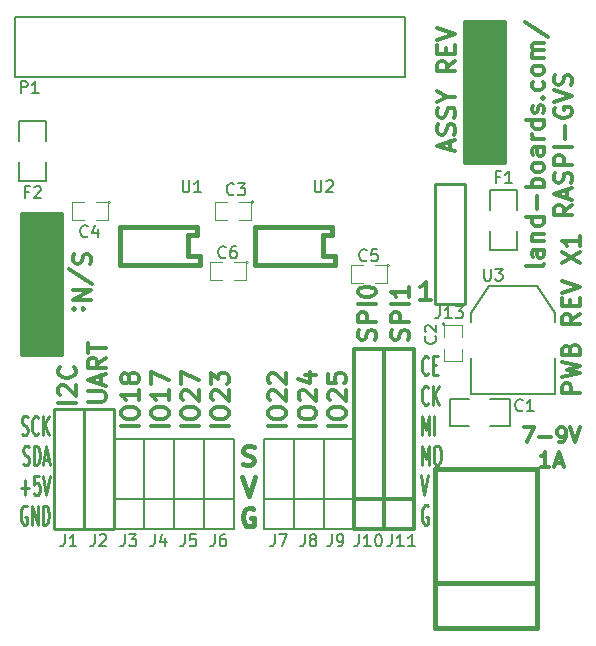
<source format=gto>
G04 (created by PCBNEW (2013-05-31 BZR 4019)-stable) date 7/5/2014 4:19:42 PM*
%MOIN*%
G04 Gerber Fmt 3.4, Leading zero omitted, Abs format*
%FSLAX34Y34*%
G01*
G70*
G90*
G04 APERTURE LIST*
%ADD10C,0.00590551*%
%ADD11C,0.011811*%
%ADD12C,0.00875*%
%ADD13C,0.015*%
%ADD14C,0.008*%
%ADD15C,0.01*%
%ADD16C,0.006*%
%ADD17C,0.012*%
%ADD18C,0.005*%
%ADD19C,0.0039*%
%ADD20C,0.025*%
G04 APERTURE END LIST*
G54D10*
G54D11*
X19039Y-12965D02*
X18448Y-12965D01*
X18448Y-12740D01*
X18476Y-12684D01*
X18504Y-12655D01*
X18560Y-12627D01*
X18645Y-12627D01*
X18701Y-12655D01*
X18729Y-12684D01*
X18757Y-12740D01*
X18757Y-12965D01*
X18448Y-12430D02*
X19039Y-12290D01*
X18617Y-12177D01*
X19039Y-12065D01*
X18448Y-11924D01*
X18729Y-11502D02*
X18757Y-11418D01*
X18785Y-11390D01*
X18842Y-11362D01*
X18926Y-11362D01*
X18982Y-11390D01*
X19010Y-11418D01*
X19039Y-11474D01*
X19039Y-11699D01*
X18448Y-11699D01*
X18448Y-11502D01*
X18476Y-11446D01*
X18504Y-11418D01*
X18560Y-11390D01*
X18617Y-11390D01*
X18673Y-11418D01*
X18701Y-11446D01*
X18729Y-11502D01*
X18729Y-11699D01*
X19039Y-10321D02*
X18757Y-10518D01*
X19039Y-10659D02*
X18448Y-10659D01*
X18448Y-10434D01*
X18476Y-10378D01*
X18504Y-10349D01*
X18560Y-10321D01*
X18645Y-10321D01*
X18701Y-10349D01*
X18729Y-10378D01*
X18757Y-10434D01*
X18757Y-10659D01*
X18729Y-10068D02*
X18729Y-9871D01*
X19039Y-9787D02*
X19039Y-10068D01*
X18448Y-10068D01*
X18448Y-9787D01*
X18448Y-9618D02*
X19039Y-9421D01*
X18448Y-9225D01*
X18448Y-8634D02*
X19039Y-8240D01*
X18448Y-8240D02*
X19039Y-8634D01*
X19039Y-7706D02*
X19039Y-8044D01*
X19039Y-7875D02*
X18448Y-7875D01*
X18532Y-7931D01*
X18589Y-7987D01*
X18617Y-8044D01*
X14720Y-4846D02*
X14720Y-4565D01*
X14889Y-4902D02*
X14298Y-4706D01*
X14889Y-4509D01*
X14860Y-4340D02*
X14889Y-4256D01*
X14889Y-4115D01*
X14860Y-4059D01*
X14832Y-4031D01*
X14776Y-4002D01*
X14720Y-4002D01*
X14664Y-4031D01*
X14635Y-4059D01*
X14607Y-4115D01*
X14579Y-4227D01*
X14551Y-4284D01*
X14523Y-4312D01*
X14467Y-4340D01*
X14410Y-4340D01*
X14354Y-4312D01*
X14326Y-4284D01*
X14298Y-4227D01*
X14298Y-4087D01*
X14326Y-4002D01*
X14860Y-3778D02*
X14889Y-3693D01*
X14889Y-3553D01*
X14860Y-3496D01*
X14832Y-3468D01*
X14776Y-3440D01*
X14720Y-3440D01*
X14664Y-3468D01*
X14635Y-3496D01*
X14607Y-3553D01*
X14579Y-3665D01*
X14551Y-3721D01*
X14523Y-3749D01*
X14467Y-3778D01*
X14410Y-3778D01*
X14354Y-3749D01*
X14326Y-3721D01*
X14298Y-3665D01*
X14298Y-3524D01*
X14326Y-3440D01*
X14607Y-3074D02*
X14889Y-3074D01*
X14298Y-3271D02*
X14607Y-3074D01*
X14298Y-2878D01*
X14889Y-1893D02*
X14607Y-2090D01*
X14889Y-2231D02*
X14298Y-2231D01*
X14298Y-2006D01*
X14326Y-1950D01*
X14354Y-1921D01*
X14410Y-1893D01*
X14495Y-1893D01*
X14551Y-1921D01*
X14579Y-1950D01*
X14607Y-2006D01*
X14607Y-2231D01*
X14579Y-1640D02*
X14579Y-1443D01*
X14889Y-1359D02*
X14889Y-1640D01*
X14298Y-1640D01*
X14298Y-1359D01*
X14298Y-1190D02*
X14889Y-993D01*
X14298Y-797D01*
X2189Y-8321D02*
X2160Y-8406D01*
X2160Y-8546D01*
X2189Y-8603D01*
X2217Y-8631D01*
X2273Y-8659D01*
X2329Y-8659D01*
X2385Y-8631D01*
X2414Y-8603D01*
X2442Y-8546D01*
X2470Y-8434D01*
X2498Y-8378D01*
X2526Y-8350D01*
X2582Y-8321D01*
X2639Y-8321D01*
X2695Y-8350D01*
X2723Y-8378D01*
X2751Y-8434D01*
X2751Y-8575D01*
X2723Y-8659D01*
X2779Y-9334D02*
X2020Y-8828D01*
X2160Y-9531D02*
X2751Y-9531D01*
X2160Y-9868D01*
X2751Y-9868D01*
X2217Y-10149D02*
X2189Y-10178D01*
X2160Y-10149D01*
X2189Y-10121D01*
X2217Y-10149D01*
X2160Y-10149D01*
X2526Y-10149D02*
X2498Y-10178D01*
X2470Y-10149D01*
X2498Y-10121D01*
X2526Y-10149D01*
X2470Y-10149D01*
X14068Y-9839D02*
X13731Y-9839D01*
X13900Y-9839D02*
X13900Y-9248D01*
X13843Y-9332D01*
X13787Y-9389D01*
X13731Y-9417D01*
X17171Y-14102D02*
X17504Y-14102D01*
X17290Y-14602D01*
X17695Y-14411D02*
X18076Y-14411D01*
X18338Y-14602D02*
X18433Y-14602D01*
X18480Y-14578D01*
X18504Y-14554D01*
X18552Y-14483D01*
X18576Y-14388D01*
X18576Y-14197D01*
X18552Y-14150D01*
X18528Y-14126D01*
X18480Y-14102D01*
X18385Y-14102D01*
X18338Y-14126D01*
X18314Y-14150D01*
X18290Y-14197D01*
X18290Y-14316D01*
X18314Y-14364D01*
X18338Y-14388D01*
X18385Y-14411D01*
X18480Y-14411D01*
X18528Y-14388D01*
X18552Y-14364D01*
X18576Y-14316D01*
X18719Y-14102D02*
X18885Y-14602D01*
X19052Y-14102D01*
X18028Y-15420D02*
X17742Y-15420D01*
X17885Y-15420D02*
X17885Y-14920D01*
X17838Y-14991D01*
X17790Y-15039D01*
X17742Y-15063D01*
X18219Y-15277D02*
X18457Y-15277D01*
X18171Y-15420D02*
X18338Y-14920D01*
X18504Y-15420D01*
G54D12*
X433Y-14332D02*
X483Y-14363D01*
X566Y-14363D01*
X600Y-14332D01*
X616Y-14301D01*
X633Y-14239D01*
X633Y-14177D01*
X616Y-14115D01*
X600Y-14084D01*
X566Y-14053D01*
X500Y-14022D01*
X466Y-13991D01*
X450Y-13960D01*
X433Y-13898D01*
X433Y-13836D01*
X450Y-13775D01*
X466Y-13744D01*
X500Y-13713D01*
X583Y-13713D01*
X633Y-13744D01*
X983Y-14301D02*
X966Y-14332D01*
X916Y-14363D01*
X883Y-14363D01*
X833Y-14332D01*
X800Y-14270D01*
X783Y-14208D01*
X766Y-14084D01*
X766Y-13991D01*
X783Y-13867D01*
X800Y-13805D01*
X833Y-13744D01*
X883Y-13713D01*
X916Y-13713D01*
X966Y-13744D01*
X983Y-13775D01*
X1133Y-14363D02*
X1133Y-13713D01*
X1333Y-14363D02*
X1183Y-13991D01*
X1333Y-13713D02*
X1133Y-14084D01*
X483Y-15329D02*
X533Y-15360D01*
X616Y-15360D01*
X650Y-15329D01*
X666Y-15298D01*
X683Y-15236D01*
X683Y-15174D01*
X666Y-15112D01*
X650Y-15082D01*
X616Y-15051D01*
X550Y-15020D01*
X516Y-14989D01*
X500Y-14958D01*
X483Y-14896D01*
X483Y-14834D01*
X500Y-14772D01*
X516Y-14741D01*
X550Y-14710D01*
X633Y-14710D01*
X683Y-14741D01*
X833Y-15360D02*
X833Y-14710D01*
X916Y-14710D01*
X966Y-14741D01*
X1000Y-14803D01*
X1016Y-14865D01*
X1033Y-14989D01*
X1033Y-15082D01*
X1016Y-15205D01*
X1000Y-15267D01*
X966Y-15329D01*
X916Y-15360D01*
X833Y-15360D01*
X1166Y-15174D02*
X1333Y-15174D01*
X1133Y-15360D02*
X1250Y-14710D01*
X1366Y-15360D01*
X416Y-16110D02*
X683Y-16110D01*
X549Y-16358D02*
X549Y-15862D01*
X1016Y-15708D02*
X850Y-15708D01*
X833Y-16017D01*
X850Y-15986D01*
X883Y-15955D01*
X966Y-15955D01*
X1000Y-15986D01*
X1016Y-16017D01*
X1033Y-16079D01*
X1033Y-16234D01*
X1016Y-16296D01*
X1000Y-16327D01*
X966Y-16358D01*
X883Y-16358D01*
X850Y-16327D01*
X833Y-16296D01*
X1133Y-15708D02*
X1250Y-16358D01*
X1366Y-15708D01*
X600Y-16736D02*
X566Y-16705D01*
X516Y-16705D01*
X466Y-16736D01*
X433Y-16798D01*
X416Y-16860D01*
X400Y-16984D01*
X400Y-17077D01*
X416Y-17200D01*
X433Y-17262D01*
X466Y-17324D01*
X516Y-17355D01*
X550Y-17355D01*
X600Y-17324D01*
X616Y-17293D01*
X616Y-17077D01*
X550Y-17077D01*
X766Y-17355D02*
X766Y-16705D01*
X966Y-17355D01*
X966Y-16705D01*
X1133Y-17355D02*
X1133Y-16705D01*
X1216Y-16705D01*
X1266Y-16736D01*
X1300Y-16798D01*
X1316Y-16860D01*
X1333Y-16984D01*
X1333Y-17077D01*
X1316Y-17200D01*
X1300Y-17262D01*
X1266Y-17324D01*
X1216Y-17355D01*
X1133Y-17355D01*
X13983Y-12301D02*
X13966Y-12332D01*
X13916Y-12363D01*
X13883Y-12363D01*
X13833Y-12332D01*
X13800Y-12270D01*
X13783Y-12208D01*
X13766Y-12084D01*
X13766Y-11991D01*
X13783Y-11867D01*
X13800Y-11805D01*
X13833Y-11744D01*
X13883Y-11713D01*
X13916Y-11713D01*
X13966Y-11744D01*
X13983Y-11775D01*
X14133Y-12022D02*
X14250Y-12022D01*
X14300Y-12363D02*
X14133Y-12363D01*
X14133Y-11713D01*
X14300Y-11713D01*
X13983Y-13298D02*
X13966Y-13329D01*
X13916Y-13360D01*
X13883Y-13360D01*
X13833Y-13329D01*
X13800Y-13267D01*
X13783Y-13205D01*
X13766Y-13082D01*
X13766Y-12989D01*
X13783Y-12865D01*
X13800Y-12803D01*
X13833Y-12741D01*
X13883Y-12710D01*
X13916Y-12710D01*
X13966Y-12741D01*
X13983Y-12772D01*
X14133Y-13360D02*
X14133Y-12710D01*
X14333Y-13360D02*
X14183Y-12989D01*
X14333Y-12710D02*
X14133Y-13082D01*
X13783Y-14358D02*
X13783Y-13708D01*
X13900Y-14172D01*
X14016Y-13708D01*
X14016Y-14358D01*
X14183Y-14358D02*
X14183Y-13708D01*
X13783Y-15355D02*
X13783Y-14705D01*
X13900Y-15169D01*
X14016Y-14705D01*
X14016Y-15355D01*
X14250Y-14705D02*
X14316Y-14705D01*
X14350Y-14736D01*
X14383Y-14798D01*
X14400Y-14922D01*
X14400Y-15138D01*
X14383Y-15262D01*
X14350Y-15324D01*
X14316Y-15355D01*
X14250Y-15355D01*
X14216Y-15324D01*
X14183Y-15262D01*
X14166Y-15138D01*
X14166Y-14922D01*
X14183Y-14798D01*
X14216Y-14736D01*
X14250Y-14705D01*
X13733Y-15703D02*
X13850Y-16353D01*
X13966Y-15703D01*
X13966Y-16731D02*
X13933Y-16700D01*
X13883Y-16700D01*
X13833Y-16731D01*
X13800Y-16793D01*
X13783Y-16855D01*
X13766Y-16979D01*
X13766Y-17072D01*
X13783Y-17195D01*
X13800Y-17257D01*
X13833Y-17319D01*
X13883Y-17350D01*
X13916Y-17350D01*
X13966Y-17319D01*
X13983Y-17288D01*
X13983Y-17072D01*
X13916Y-17072D01*
G54D11*
X17839Y-8651D02*
X17810Y-8707D01*
X17754Y-8735D01*
X17248Y-8735D01*
X17839Y-8173D02*
X17529Y-8173D01*
X17473Y-8201D01*
X17445Y-8257D01*
X17445Y-8369D01*
X17473Y-8426D01*
X17810Y-8173D02*
X17839Y-8229D01*
X17839Y-8369D01*
X17810Y-8426D01*
X17754Y-8454D01*
X17698Y-8454D01*
X17642Y-8426D01*
X17614Y-8369D01*
X17614Y-8229D01*
X17585Y-8173D01*
X17445Y-7891D02*
X17839Y-7891D01*
X17501Y-7891D02*
X17473Y-7863D01*
X17445Y-7807D01*
X17445Y-7723D01*
X17473Y-7666D01*
X17529Y-7638D01*
X17839Y-7638D01*
X17839Y-7104D02*
X17248Y-7104D01*
X17810Y-7104D02*
X17839Y-7160D01*
X17839Y-7273D01*
X17810Y-7329D01*
X17782Y-7357D01*
X17726Y-7385D01*
X17557Y-7385D01*
X17501Y-7357D01*
X17473Y-7329D01*
X17445Y-7273D01*
X17445Y-7160D01*
X17473Y-7104D01*
X17614Y-6823D02*
X17614Y-6373D01*
X17839Y-6092D02*
X17248Y-6092D01*
X17473Y-6092D02*
X17445Y-6035D01*
X17445Y-5923D01*
X17473Y-5867D01*
X17501Y-5838D01*
X17557Y-5810D01*
X17726Y-5810D01*
X17782Y-5838D01*
X17810Y-5867D01*
X17839Y-5923D01*
X17839Y-6035D01*
X17810Y-6092D01*
X17839Y-5473D02*
X17810Y-5529D01*
X17782Y-5557D01*
X17726Y-5585D01*
X17557Y-5585D01*
X17501Y-5557D01*
X17473Y-5529D01*
X17445Y-5473D01*
X17445Y-5388D01*
X17473Y-5332D01*
X17501Y-5304D01*
X17557Y-5276D01*
X17726Y-5276D01*
X17782Y-5304D01*
X17810Y-5332D01*
X17839Y-5388D01*
X17839Y-5473D01*
X17839Y-4770D02*
X17529Y-4770D01*
X17473Y-4798D01*
X17445Y-4854D01*
X17445Y-4967D01*
X17473Y-5023D01*
X17810Y-4770D02*
X17839Y-4826D01*
X17839Y-4967D01*
X17810Y-5023D01*
X17754Y-5051D01*
X17698Y-5051D01*
X17642Y-5023D01*
X17614Y-4967D01*
X17614Y-4826D01*
X17585Y-4770D01*
X17839Y-4489D02*
X17445Y-4489D01*
X17557Y-4489D02*
X17501Y-4460D01*
X17473Y-4432D01*
X17445Y-4376D01*
X17445Y-4320D01*
X17839Y-3870D02*
X17248Y-3870D01*
X17810Y-3870D02*
X17839Y-3926D01*
X17839Y-4039D01*
X17810Y-4095D01*
X17782Y-4123D01*
X17726Y-4151D01*
X17557Y-4151D01*
X17501Y-4123D01*
X17473Y-4095D01*
X17445Y-4039D01*
X17445Y-3926D01*
X17473Y-3870D01*
X17810Y-3617D02*
X17839Y-3561D01*
X17839Y-3448D01*
X17810Y-3392D01*
X17754Y-3364D01*
X17726Y-3364D01*
X17670Y-3392D01*
X17642Y-3448D01*
X17642Y-3532D01*
X17614Y-3589D01*
X17557Y-3617D01*
X17529Y-3617D01*
X17473Y-3589D01*
X17445Y-3532D01*
X17445Y-3448D01*
X17473Y-3392D01*
X17782Y-3111D02*
X17810Y-3083D01*
X17839Y-3111D01*
X17810Y-3139D01*
X17782Y-3111D01*
X17839Y-3111D01*
X17810Y-2576D02*
X17839Y-2633D01*
X17839Y-2745D01*
X17810Y-2801D01*
X17782Y-2829D01*
X17726Y-2858D01*
X17557Y-2858D01*
X17501Y-2829D01*
X17473Y-2801D01*
X17445Y-2745D01*
X17445Y-2633D01*
X17473Y-2576D01*
X17839Y-2239D02*
X17810Y-2295D01*
X17782Y-2323D01*
X17726Y-2351D01*
X17557Y-2351D01*
X17501Y-2323D01*
X17473Y-2295D01*
X17445Y-2239D01*
X17445Y-2155D01*
X17473Y-2098D01*
X17501Y-2070D01*
X17557Y-2042D01*
X17726Y-2042D01*
X17782Y-2070D01*
X17810Y-2098D01*
X17839Y-2155D01*
X17839Y-2239D01*
X17839Y-1789D02*
X17445Y-1789D01*
X17501Y-1789D02*
X17473Y-1761D01*
X17445Y-1705D01*
X17445Y-1620D01*
X17473Y-1564D01*
X17529Y-1536D01*
X17839Y-1536D01*
X17529Y-1536D02*
X17473Y-1508D01*
X17445Y-1451D01*
X17445Y-1367D01*
X17473Y-1311D01*
X17529Y-1283D01*
X17839Y-1283D01*
X17220Y-580D02*
X17979Y-1086D01*
X18783Y-6682D02*
X18502Y-6879D01*
X18783Y-7020D02*
X18193Y-7020D01*
X18193Y-6795D01*
X18221Y-6738D01*
X18249Y-6710D01*
X18305Y-6682D01*
X18390Y-6682D01*
X18446Y-6710D01*
X18474Y-6738D01*
X18502Y-6795D01*
X18502Y-7020D01*
X18615Y-6457D02*
X18615Y-6176D01*
X18783Y-6513D02*
X18193Y-6316D01*
X18783Y-6120D01*
X18755Y-5951D02*
X18783Y-5867D01*
X18783Y-5726D01*
X18755Y-5670D01*
X18727Y-5642D01*
X18671Y-5613D01*
X18615Y-5613D01*
X18558Y-5642D01*
X18530Y-5670D01*
X18502Y-5726D01*
X18474Y-5838D01*
X18446Y-5895D01*
X18418Y-5923D01*
X18362Y-5951D01*
X18305Y-5951D01*
X18249Y-5923D01*
X18221Y-5895D01*
X18193Y-5838D01*
X18193Y-5698D01*
X18221Y-5613D01*
X18783Y-5360D02*
X18193Y-5360D01*
X18193Y-5135D01*
X18221Y-5079D01*
X18249Y-5051D01*
X18305Y-5023D01*
X18390Y-5023D01*
X18446Y-5051D01*
X18474Y-5079D01*
X18502Y-5135D01*
X18502Y-5360D01*
X18783Y-4770D02*
X18193Y-4770D01*
X18558Y-4489D02*
X18558Y-4039D01*
X18221Y-3448D02*
X18193Y-3504D01*
X18193Y-3589D01*
X18221Y-3673D01*
X18277Y-3729D01*
X18333Y-3757D01*
X18446Y-3786D01*
X18530Y-3786D01*
X18643Y-3757D01*
X18699Y-3729D01*
X18755Y-3673D01*
X18783Y-3589D01*
X18783Y-3532D01*
X18755Y-3448D01*
X18727Y-3420D01*
X18530Y-3420D01*
X18530Y-3532D01*
X18193Y-3251D02*
X18783Y-3054D01*
X18193Y-2858D01*
X18755Y-2689D02*
X18783Y-2604D01*
X18783Y-2464D01*
X18755Y-2408D01*
X18727Y-2379D01*
X18671Y-2351D01*
X18615Y-2351D01*
X18558Y-2379D01*
X18530Y-2408D01*
X18502Y-2464D01*
X18474Y-2576D01*
X18446Y-2633D01*
X18418Y-2661D01*
X18362Y-2689D01*
X18305Y-2689D01*
X18249Y-2661D01*
X18221Y-2633D01*
X18193Y-2576D01*
X18193Y-2436D01*
X18221Y-2351D01*
X13310Y-11185D02*
X13339Y-11101D01*
X13339Y-10960D01*
X13310Y-10904D01*
X13282Y-10876D01*
X13226Y-10848D01*
X13170Y-10848D01*
X13114Y-10876D01*
X13085Y-10904D01*
X13057Y-10960D01*
X13029Y-11073D01*
X13001Y-11129D01*
X12973Y-11157D01*
X12917Y-11185D01*
X12860Y-11185D01*
X12804Y-11157D01*
X12776Y-11129D01*
X12748Y-11073D01*
X12748Y-10932D01*
X12776Y-10848D01*
X13339Y-10595D02*
X12748Y-10595D01*
X12748Y-10370D01*
X12776Y-10314D01*
X12804Y-10285D01*
X12860Y-10257D01*
X12945Y-10257D01*
X13001Y-10285D01*
X13029Y-10314D01*
X13057Y-10370D01*
X13057Y-10595D01*
X13339Y-10004D02*
X12748Y-10004D01*
X13339Y-9414D02*
X13339Y-9751D01*
X13339Y-9582D02*
X12748Y-9582D01*
X12832Y-9639D01*
X12889Y-9695D01*
X12917Y-9751D01*
X12210Y-11185D02*
X12239Y-11101D01*
X12239Y-10960D01*
X12210Y-10904D01*
X12182Y-10876D01*
X12126Y-10848D01*
X12070Y-10848D01*
X12014Y-10876D01*
X11985Y-10904D01*
X11957Y-10960D01*
X11929Y-11073D01*
X11901Y-11129D01*
X11873Y-11157D01*
X11817Y-11185D01*
X11760Y-11185D01*
X11704Y-11157D01*
X11676Y-11129D01*
X11648Y-11073D01*
X11648Y-10932D01*
X11676Y-10848D01*
X12239Y-10595D02*
X11648Y-10595D01*
X11648Y-10370D01*
X11676Y-10314D01*
X11704Y-10285D01*
X11760Y-10257D01*
X11845Y-10257D01*
X11901Y-10285D01*
X11929Y-10314D01*
X11957Y-10370D01*
X11957Y-10595D01*
X12239Y-10004D02*
X11648Y-10004D01*
X11648Y-9611D02*
X11648Y-9554D01*
X11676Y-9498D01*
X11704Y-9470D01*
X11760Y-9442D01*
X11873Y-9414D01*
X12014Y-9414D01*
X12126Y-9442D01*
X12182Y-9470D01*
X12210Y-9498D01*
X12239Y-9554D01*
X12239Y-9611D01*
X12210Y-9667D01*
X12182Y-9695D01*
X12126Y-9723D01*
X12014Y-9751D01*
X11873Y-9751D01*
X11760Y-9723D01*
X11704Y-9695D01*
X11676Y-9667D01*
X11648Y-9611D01*
X11239Y-14071D02*
X10648Y-14071D01*
X10648Y-13678D02*
X10648Y-13565D01*
X10676Y-13509D01*
X10732Y-13453D01*
X10845Y-13424D01*
X11042Y-13424D01*
X11154Y-13453D01*
X11210Y-13509D01*
X11239Y-13565D01*
X11239Y-13678D01*
X11210Y-13734D01*
X11154Y-13790D01*
X11042Y-13818D01*
X10845Y-13818D01*
X10732Y-13790D01*
X10676Y-13734D01*
X10648Y-13678D01*
X10704Y-13199D02*
X10676Y-13171D01*
X10648Y-13115D01*
X10648Y-12975D01*
X10676Y-12918D01*
X10704Y-12890D01*
X10760Y-12862D01*
X10817Y-12862D01*
X10901Y-12890D01*
X11239Y-13228D01*
X11239Y-12862D01*
X10648Y-12328D02*
X10648Y-12609D01*
X10929Y-12637D01*
X10901Y-12609D01*
X10873Y-12553D01*
X10873Y-12412D01*
X10901Y-12356D01*
X10929Y-12328D01*
X10985Y-12300D01*
X11126Y-12300D01*
X11182Y-12328D01*
X11210Y-12356D01*
X11239Y-12412D01*
X11239Y-12553D01*
X11210Y-12609D01*
X11182Y-12637D01*
X10259Y-14071D02*
X9668Y-14071D01*
X9668Y-13678D02*
X9668Y-13565D01*
X9696Y-13509D01*
X9752Y-13453D01*
X9865Y-13424D01*
X10062Y-13424D01*
X10174Y-13453D01*
X10230Y-13509D01*
X10259Y-13565D01*
X10259Y-13678D01*
X10230Y-13734D01*
X10174Y-13790D01*
X10062Y-13818D01*
X9865Y-13818D01*
X9752Y-13790D01*
X9696Y-13734D01*
X9668Y-13678D01*
X9724Y-13199D02*
X9696Y-13171D01*
X9668Y-13115D01*
X9668Y-12975D01*
X9696Y-12918D01*
X9724Y-12890D01*
X9780Y-12862D01*
X9837Y-12862D01*
X9921Y-12890D01*
X10259Y-13228D01*
X10259Y-12862D01*
X9865Y-12356D02*
X10259Y-12356D01*
X9640Y-12496D02*
X10062Y-12637D01*
X10062Y-12271D01*
X9239Y-14071D02*
X8648Y-14071D01*
X8648Y-13678D02*
X8648Y-13565D01*
X8676Y-13509D01*
X8732Y-13453D01*
X8845Y-13424D01*
X9042Y-13424D01*
X9154Y-13453D01*
X9210Y-13509D01*
X9239Y-13565D01*
X9239Y-13678D01*
X9210Y-13734D01*
X9154Y-13790D01*
X9042Y-13818D01*
X8845Y-13818D01*
X8732Y-13790D01*
X8676Y-13734D01*
X8648Y-13678D01*
X8704Y-13199D02*
X8676Y-13171D01*
X8648Y-13115D01*
X8648Y-12975D01*
X8676Y-12918D01*
X8704Y-12890D01*
X8760Y-12862D01*
X8817Y-12862D01*
X8901Y-12890D01*
X9239Y-13228D01*
X9239Y-12862D01*
X8704Y-12637D02*
X8676Y-12609D01*
X8648Y-12553D01*
X8648Y-12412D01*
X8676Y-12356D01*
X8704Y-12328D01*
X8760Y-12300D01*
X8817Y-12300D01*
X8901Y-12328D01*
X9239Y-12665D01*
X9239Y-12300D01*
X7339Y-14071D02*
X6748Y-14071D01*
X6748Y-13678D02*
X6748Y-13565D01*
X6776Y-13509D01*
X6832Y-13453D01*
X6945Y-13424D01*
X7142Y-13424D01*
X7254Y-13453D01*
X7310Y-13509D01*
X7339Y-13565D01*
X7339Y-13678D01*
X7310Y-13734D01*
X7254Y-13790D01*
X7142Y-13818D01*
X6945Y-13818D01*
X6832Y-13790D01*
X6776Y-13734D01*
X6748Y-13678D01*
X6804Y-13199D02*
X6776Y-13171D01*
X6748Y-13115D01*
X6748Y-12975D01*
X6776Y-12918D01*
X6804Y-12890D01*
X6860Y-12862D01*
X6917Y-12862D01*
X7001Y-12890D01*
X7339Y-13228D01*
X7339Y-12862D01*
X6748Y-12665D02*
X6748Y-12300D01*
X6973Y-12496D01*
X6973Y-12412D01*
X7001Y-12356D01*
X7029Y-12328D01*
X7085Y-12300D01*
X7226Y-12300D01*
X7282Y-12328D01*
X7310Y-12356D01*
X7339Y-12412D01*
X7339Y-12581D01*
X7310Y-12637D01*
X7282Y-12665D01*
X6339Y-14071D02*
X5748Y-14071D01*
X5748Y-13678D02*
X5748Y-13565D01*
X5776Y-13509D01*
X5832Y-13453D01*
X5945Y-13424D01*
X6142Y-13424D01*
X6254Y-13453D01*
X6310Y-13509D01*
X6339Y-13565D01*
X6339Y-13678D01*
X6310Y-13734D01*
X6254Y-13790D01*
X6142Y-13818D01*
X5945Y-13818D01*
X5832Y-13790D01*
X5776Y-13734D01*
X5748Y-13678D01*
X5804Y-13199D02*
X5776Y-13171D01*
X5748Y-13115D01*
X5748Y-12975D01*
X5776Y-12918D01*
X5804Y-12890D01*
X5860Y-12862D01*
X5917Y-12862D01*
X6001Y-12890D01*
X6339Y-13228D01*
X6339Y-12862D01*
X5748Y-12665D02*
X5748Y-12271D01*
X6339Y-12525D01*
X5339Y-14071D02*
X4748Y-14071D01*
X4748Y-13678D02*
X4748Y-13565D01*
X4776Y-13509D01*
X4832Y-13453D01*
X4945Y-13424D01*
X5142Y-13424D01*
X5254Y-13453D01*
X5310Y-13509D01*
X5339Y-13565D01*
X5339Y-13678D01*
X5310Y-13734D01*
X5254Y-13790D01*
X5142Y-13818D01*
X4945Y-13818D01*
X4832Y-13790D01*
X4776Y-13734D01*
X4748Y-13678D01*
X5339Y-12862D02*
X5339Y-13199D01*
X5339Y-13031D02*
X4748Y-13031D01*
X4832Y-13087D01*
X4889Y-13143D01*
X4917Y-13199D01*
X4748Y-12665D02*
X4748Y-12271D01*
X5339Y-12525D01*
X4339Y-14071D02*
X3748Y-14071D01*
X3748Y-13678D02*
X3748Y-13565D01*
X3776Y-13509D01*
X3832Y-13453D01*
X3945Y-13424D01*
X4142Y-13424D01*
X4254Y-13453D01*
X4310Y-13509D01*
X4339Y-13565D01*
X4339Y-13678D01*
X4310Y-13734D01*
X4254Y-13790D01*
X4142Y-13818D01*
X3945Y-13818D01*
X3832Y-13790D01*
X3776Y-13734D01*
X3748Y-13678D01*
X4339Y-12862D02*
X4339Y-13199D01*
X4339Y-13031D02*
X3748Y-13031D01*
X3832Y-13087D01*
X3889Y-13143D01*
X3917Y-13199D01*
X4001Y-12525D02*
X3973Y-12581D01*
X3945Y-12609D01*
X3889Y-12637D01*
X3860Y-12637D01*
X3804Y-12609D01*
X3776Y-12581D01*
X3748Y-12525D01*
X3748Y-12412D01*
X3776Y-12356D01*
X3804Y-12328D01*
X3860Y-12300D01*
X3889Y-12300D01*
X3945Y-12328D01*
X3973Y-12356D01*
X4001Y-12412D01*
X4001Y-12525D01*
X4029Y-12581D01*
X4057Y-12609D01*
X4114Y-12637D01*
X4226Y-12637D01*
X4282Y-12609D01*
X4310Y-12581D01*
X4339Y-12525D01*
X4339Y-12412D01*
X4310Y-12356D01*
X4282Y-12328D01*
X4226Y-12300D01*
X4114Y-12300D01*
X4057Y-12328D01*
X4029Y-12356D01*
X4001Y-12412D01*
X2648Y-13242D02*
X3126Y-13242D01*
X3182Y-13213D01*
X3210Y-13185D01*
X3239Y-13129D01*
X3239Y-13017D01*
X3210Y-12960D01*
X3182Y-12932D01*
X3126Y-12904D01*
X2648Y-12904D01*
X3070Y-12651D02*
X3070Y-12370D01*
X3239Y-12707D02*
X2648Y-12510D01*
X3239Y-12314D01*
X3239Y-11779D02*
X2957Y-11976D01*
X3239Y-12117D02*
X2648Y-12117D01*
X2648Y-11892D01*
X2676Y-11835D01*
X2704Y-11807D01*
X2760Y-11779D01*
X2845Y-11779D01*
X2901Y-11807D01*
X2929Y-11835D01*
X2957Y-11892D01*
X2957Y-12117D01*
X2648Y-11611D02*
X2648Y-11273D01*
X3239Y-11442D02*
X2648Y-11442D01*
X2239Y-13276D02*
X1648Y-13276D01*
X1704Y-13023D02*
X1676Y-12995D01*
X1648Y-12939D01*
X1648Y-12798D01*
X1676Y-12742D01*
X1704Y-12714D01*
X1760Y-12685D01*
X1817Y-12685D01*
X1901Y-12714D01*
X2239Y-13051D01*
X2239Y-12685D01*
X2182Y-12095D02*
X2210Y-12123D01*
X2239Y-12207D01*
X2239Y-12264D01*
X2210Y-12348D01*
X2154Y-12404D01*
X2098Y-12432D01*
X1985Y-12460D01*
X1901Y-12460D01*
X1789Y-12432D01*
X1732Y-12404D01*
X1676Y-12348D01*
X1648Y-12264D01*
X1648Y-12207D01*
X1676Y-12123D01*
X1704Y-12095D01*
G54D13*
X7821Y-15323D02*
X7910Y-15352D01*
X8059Y-15352D01*
X8119Y-15323D01*
X8148Y-15293D01*
X8178Y-15233D01*
X8178Y-15174D01*
X8148Y-15114D01*
X8119Y-15085D01*
X8059Y-15055D01*
X7940Y-15025D01*
X7880Y-14995D01*
X7851Y-14966D01*
X7821Y-14906D01*
X7821Y-14847D01*
X7851Y-14787D01*
X7880Y-14757D01*
X7940Y-14727D01*
X8089Y-14727D01*
X8178Y-14757D01*
X7791Y-15752D02*
X8000Y-16377D01*
X8208Y-15752D01*
X8163Y-16807D02*
X8104Y-16777D01*
X8014Y-16777D01*
X7925Y-16807D01*
X7866Y-16867D01*
X7836Y-16926D01*
X7806Y-17045D01*
X7806Y-17135D01*
X7836Y-17254D01*
X7866Y-17313D01*
X7925Y-17373D01*
X8014Y-17402D01*
X8074Y-17402D01*
X8163Y-17373D01*
X8193Y-17343D01*
X8193Y-17135D01*
X8074Y-17135D01*
G54D14*
X228Y-2417D02*
X13228Y-2417D01*
X13228Y-417D02*
X228Y-417D01*
X228Y-417D02*
X228Y-2417D01*
X13228Y-2417D02*
X13228Y-417D01*
G54D15*
X3500Y-13500D02*
X3500Y-17500D01*
X2500Y-13500D02*
X2500Y-17500D01*
X2500Y-17500D02*
X3500Y-17500D01*
X3500Y-13500D02*
X2500Y-13500D01*
G54D16*
X4500Y-17500D02*
X3500Y-17500D01*
X3500Y-17500D02*
X3500Y-14500D01*
X3500Y-14500D02*
X4500Y-14500D01*
X4500Y-14500D02*
X4500Y-17500D01*
X3500Y-16500D02*
X4500Y-16500D01*
X6500Y-17500D02*
X5500Y-17500D01*
X5500Y-17500D02*
X5500Y-14500D01*
X5500Y-14500D02*
X6500Y-14500D01*
X6500Y-14500D02*
X6500Y-17500D01*
X5500Y-16500D02*
X6500Y-16500D01*
X9500Y-17500D02*
X8500Y-17500D01*
X8500Y-17500D02*
X8500Y-14500D01*
X8500Y-14500D02*
X9500Y-14500D01*
X9500Y-14500D02*
X9500Y-17500D01*
X8500Y-16500D02*
X9500Y-16500D01*
X11500Y-17500D02*
X10500Y-17500D01*
X10500Y-17500D02*
X10500Y-14500D01*
X10500Y-14500D02*
X11500Y-14500D01*
X11500Y-14500D02*
X11500Y-17500D01*
X10500Y-16500D02*
X11500Y-16500D01*
X7500Y-17500D02*
X6500Y-17500D01*
X6500Y-17500D02*
X6500Y-14500D01*
X6500Y-14500D02*
X7500Y-14500D01*
X7500Y-14500D02*
X7500Y-17500D01*
X6500Y-16500D02*
X7500Y-16500D01*
X10500Y-17500D02*
X9500Y-17500D01*
X9500Y-17500D02*
X9500Y-14500D01*
X9500Y-14500D02*
X10500Y-14500D01*
X10500Y-14500D02*
X10500Y-17500D01*
X9500Y-16500D02*
X10500Y-16500D01*
G54D17*
X13500Y-17500D02*
X12500Y-17500D01*
X12500Y-17500D02*
X12500Y-11500D01*
X12500Y-11500D02*
X13500Y-11500D01*
X13500Y-11500D02*
X13500Y-17500D01*
X13500Y-16500D02*
X12500Y-16500D01*
G54D18*
X16050Y-8200D02*
X16950Y-8200D01*
X16950Y-8200D02*
X16950Y-7550D01*
X16050Y-6850D02*
X16050Y-6200D01*
X16050Y-6200D02*
X16950Y-6200D01*
X16950Y-6200D02*
X16950Y-6850D01*
X16050Y-7550D02*
X16050Y-8200D01*
G54D15*
X2500Y-13500D02*
X2500Y-17500D01*
X1500Y-13500D02*
X1500Y-17500D01*
X1500Y-17500D02*
X2500Y-17500D01*
X2500Y-13500D02*
X1500Y-13500D01*
G54D16*
X5500Y-17500D02*
X4500Y-17500D01*
X4500Y-17500D02*
X4500Y-14500D01*
X4500Y-14500D02*
X5500Y-14500D01*
X5500Y-14500D02*
X5500Y-17500D01*
X4500Y-16500D02*
X5500Y-16500D01*
G54D17*
X12500Y-17500D02*
X11500Y-17500D01*
X11500Y-17500D02*
X11500Y-11500D01*
X11500Y-11500D02*
X12500Y-11500D01*
X12500Y-11500D02*
X12500Y-17500D01*
X12500Y-16500D02*
X11500Y-16500D01*
G54D13*
X10877Y-8688D02*
X8220Y-8688D01*
X8220Y-8688D02*
X8220Y-7409D01*
X8220Y-7409D02*
X10779Y-7409D01*
X10779Y-7409D02*
X10779Y-7704D01*
X10779Y-7704D02*
X10484Y-7704D01*
X10484Y-7704D02*
X10484Y-8393D01*
X10484Y-8393D02*
X10877Y-8393D01*
X10877Y-8393D02*
X10877Y-8688D01*
X6377Y-8688D02*
X3720Y-8688D01*
X3720Y-8688D02*
X3720Y-7409D01*
X3720Y-7409D02*
X6279Y-7409D01*
X6279Y-7409D02*
X6279Y-7704D01*
X6279Y-7704D02*
X5984Y-7704D01*
X5984Y-7704D02*
X5984Y-8393D01*
X5984Y-8393D02*
X6377Y-8393D01*
X6377Y-8393D02*
X6377Y-8688D01*
G54D14*
X15400Y-11800D02*
X15400Y-13000D01*
X15400Y-13000D02*
X18200Y-13000D01*
X18200Y-13000D02*
X18200Y-11800D01*
X15400Y-10600D02*
X15400Y-10300D01*
X15400Y-10300D02*
X16000Y-9400D01*
X16000Y-9400D02*
X17600Y-9400D01*
X17600Y-9400D02*
X18200Y-10300D01*
X18200Y-10300D02*
X18200Y-10600D01*
G54D18*
X16700Y-14050D02*
X16700Y-13150D01*
X16700Y-13150D02*
X16050Y-13150D01*
X15350Y-14050D02*
X14700Y-14050D01*
X14700Y-14050D02*
X14700Y-13150D01*
X14700Y-13150D02*
X15350Y-13150D01*
X16050Y-14050D02*
X16700Y-14050D01*
X1250Y-3900D02*
X350Y-3900D01*
X350Y-3900D02*
X350Y-4550D01*
X1250Y-5250D02*
X1250Y-5900D01*
X1250Y-5900D02*
X350Y-5900D01*
X350Y-5900D02*
X350Y-5250D01*
X1250Y-4550D02*
X1250Y-3900D01*
G54D15*
X15200Y-6000D02*
X15200Y-10000D01*
X14200Y-6000D02*
X14200Y-10000D01*
X14200Y-10000D02*
X15200Y-10000D01*
X15200Y-6000D02*
X14200Y-6000D01*
G54D13*
X14200Y-20500D02*
X14200Y-20800D01*
X14200Y-20800D02*
X17600Y-20800D01*
X17600Y-20800D02*
X17600Y-20500D01*
X14200Y-19300D02*
X17600Y-19300D01*
X14200Y-15500D02*
X17600Y-15500D01*
X17600Y-20500D02*
X17600Y-15500D01*
X14200Y-20500D02*
X14200Y-15500D01*
G54D19*
X14550Y-10650D02*
G75*
G03X14550Y-10650I-50J0D01*
G74*
G01*
X14500Y-11100D02*
X14500Y-10700D01*
X14500Y-10700D02*
X15100Y-10700D01*
X15100Y-10700D02*
X15100Y-11100D01*
X15100Y-11500D02*
X15100Y-11900D01*
X15100Y-11900D02*
X14500Y-11900D01*
X14500Y-11900D02*
X14500Y-11500D01*
X8180Y-6600D02*
G75*
G03X8180Y-6600I-50J0D01*
G74*
G01*
X7680Y-6600D02*
X8080Y-6600D01*
X8080Y-6600D02*
X8080Y-7200D01*
X8080Y-7200D02*
X7680Y-7200D01*
X7280Y-7200D02*
X6880Y-7200D01*
X6880Y-7200D02*
X6880Y-6600D01*
X6880Y-6600D02*
X7280Y-6600D01*
X3400Y-6600D02*
G75*
G03X3400Y-6600I-50J0D01*
G74*
G01*
X2900Y-6600D02*
X3300Y-6600D01*
X3300Y-6600D02*
X3300Y-7200D01*
X3300Y-7200D02*
X2900Y-7200D01*
X2500Y-7200D02*
X2100Y-7200D01*
X2100Y-7200D02*
X2100Y-6600D01*
X2100Y-6600D02*
X2500Y-6600D01*
X12700Y-8700D02*
G75*
G03X12700Y-8700I-50J0D01*
G74*
G01*
X12200Y-8700D02*
X12600Y-8700D01*
X12600Y-8700D02*
X12600Y-9300D01*
X12600Y-9300D02*
X12200Y-9300D01*
X11800Y-9300D02*
X11400Y-9300D01*
X11400Y-9300D02*
X11400Y-8700D01*
X11400Y-8700D02*
X11800Y-8700D01*
X8000Y-8600D02*
G75*
G03X8000Y-8600I-50J0D01*
G74*
G01*
X7500Y-8600D02*
X7900Y-8600D01*
X7900Y-8600D02*
X7900Y-9200D01*
X7900Y-9200D02*
X7500Y-9200D01*
X7100Y-9200D02*
X6700Y-9200D01*
X6700Y-9200D02*
X6700Y-8600D01*
X6700Y-8600D02*
X7100Y-8600D01*
G54D20*
X650Y-11600D02*
X650Y-7100D01*
X650Y-7100D02*
X900Y-7100D01*
X900Y-7100D02*
X900Y-11600D01*
X900Y-11600D02*
X1150Y-11600D01*
X1150Y-11600D02*
X1150Y-7050D01*
X1150Y-7050D02*
X1400Y-7050D01*
X1400Y-7050D02*
X1400Y-11600D01*
X1400Y-11600D02*
X1600Y-11600D01*
X1600Y-11600D02*
X1600Y-7100D01*
G54D13*
X450Y-7000D02*
X450Y-11650D01*
X450Y-11650D02*
X1750Y-11650D01*
X1750Y-11650D02*
X1750Y-7000D01*
X1750Y-7000D02*
X450Y-7000D01*
G54D20*
X15400Y-5200D02*
X15400Y-700D01*
X15400Y-700D02*
X15650Y-700D01*
X15650Y-700D02*
X15650Y-5200D01*
X15650Y-5200D02*
X15900Y-5200D01*
X15900Y-5200D02*
X15900Y-650D01*
X15900Y-650D02*
X16150Y-650D01*
X16150Y-650D02*
X16150Y-5200D01*
X16150Y-5200D02*
X16350Y-5200D01*
X16350Y-5200D02*
X16350Y-700D01*
G54D13*
X15200Y-600D02*
X15200Y-5250D01*
X15200Y-5250D02*
X16500Y-5250D01*
X16500Y-5250D02*
X16500Y-600D01*
X16500Y-600D02*
X15200Y-600D01*
G54D10*
X409Y-2959D02*
X409Y-2565D01*
X559Y-2565D01*
X596Y-2584D01*
X615Y-2603D01*
X634Y-2640D01*
X634Y-2696D01*
X615Y-2734D01*
X596Y-2753D01*
X559Y-2771D01*
X409Y-2771D01*
X1009Y-2959D02*
X784Y-2959D01*
X896Y-2959D02*
X896Y-2565D01*
X859Y-2621D01*
X821Y-2659D01*
X784Y-2678D01*
X2868Y-17665D02*
X2868Y-17946D01*
X2850Y-18003D01*
X2812Y-18040D01*
X2756Y-18059D01*
X2718Y-18059D01*
X3037Y-17703D02*
X3056Y-17684D01*
X3093Y-17665D01*
X3187Y-17665D01*
X3224Y-17684D01*
X3243Y-17703D01*
X3262Y-17740D01*
X3262Y-17778D01*
X3243Y-17834D01*
X3018Y-18059D01*
X3262Y-18059D01*
X3868Y-17665D02*
X3868Y-17946D01*
X3850Y-18003D01*
X3812Y-18040D01*
X3756Y-18059D01*
X3718Y-18059D01*
X4018Y-17665D02*
X4262Y-17665D01*
X4131Y-17815D01*
X4187Y-17815D01*
X4224Y-17834D01*
X4243Y-17853D01*
X4262Y-17890D01*
X4262Y-17984D01*
X4243Y-18021D01*
X4224Y-18040D01*
X4187Y-18059D01*
X4074Y-18059D01*
X4037Y-18040D01*
X4018Y-18021D01*
X5868Y-17665D02*
X5868Y-17946D01*
X5850Y-18003D01*
X5812Y-18040D01*
X5756Y-18059D01*
X5718Y-18059D01*
X6243Y-17665D02*
X6056Y-17665D01*
X6037Y-17853D01*
X6056Y-17834D01*
X6093Y-17815D01*
X6187Y-17815D01*
X6224Y-17834D01*
X6243Y-17853D01*
X6262Y-17890D01*
X6262Y-17984D01*
X6243Y-18021D01*
X6224Y-18040D01*
X6187Y-18059D01*
X6093Y-18059D01*
X6056Y-18040D01*
X6037Y-18021D01*
X8868Y-17665D02*
X8868Y-17946D01*
X8850Y-18003D01*
X8812Y-18040D01*
X8756Y-18059D01*
X8718Y-18059D01*
X9018Y-17665D02*
X9281Y-17665D01*
X9112Y-18059D01*
X10768Y-17665D02*
X10768Y-17946D01*
X10750Y-18003D01*
X10712Y-18040D01*
X10656Y-18059D01*
X10618Y-18059D01*
X10974Y-18059D02*
X11049Y-18059D01*
X11087Y-18040D01*
X11106Y-18021D01*
X11143Y-17965D01*
X11162Y-17890D01*
X11162Y-17740D01*
X11143Y-17703D01*
X11124Y-17684D01*
X11087Y-17665D01*
X11012Y-17665D01*
X10974Y-17684D01*
X10956Y-17703D01*
X10937Y-17740D01*
X10937Y-17834D01*
X10956Y-17871D01*
X10974Y-17890D01*
X11012Y-17909D01*
X11087Y-17909D01*
X11124Y-17890D01*
X11143Y-17871D01*
X11162Y-17834D01*
X6868Y-17665D02*
X6868Y-17946D01*
X6850Y-18003D01*
X6812Y-18040D01*
X6756Y-18059D01*
X6718Y-18059D01*
X7224Y-17665D02*
X7149Y-17665D01*
X7112Y-17684D01*
X7093Y-17703D01*
X7056Y-17759D01*
X7037Y-17834D01*
X7037Y-17984D01*
X7056Y-18021D01*
X7074Y-18040D01*
X7112Y-18059D01*
X7187Y-18059D01*
X7224Y-18040D01*
X7243Y-18021D01*
X7262Y-17984D01*
X7262Y-17890D01*
X7243Y-17853D01*
X7224Y-17834D01*
X7187Y-17815D01*
X7112Y-17815D01*
X7074Y-17834D01*
X7056Y-17853D01*
X7037Y-17890D01*
X9868Y-17665D02*
X9868Y-17946D01*
X9850Y-18003D01*
X9812Y-18040D01*
X9756Y-18059D01*
X9718Y-18059D01*
X10112Y-17834D02*
X10074Y-17815D01*
X10056Y-17796D01*
X10037Y-17759D01*
X10037Y-17740D01*
X10056Y-17703D01*
X10074Y-17684D01*
X10112Y-17665D01*
X10187Y-17665D01*
X10224Y-17684D01*
X10243Y-17703D01*
X10262Y-17740D01*
X10262Y-17759D01*
X10243Y-17796D01*
X10224Y-17815D01*
X10187Y-17834D01*
X10112Y-17834D01*
X10074Y-17853D01*
X10056Y-17871D01*
X10037Y-17909D01*
X10037Y-17984D01*
X10056Y-18021D01*
X10074Y-18040D01*
X10112Y-18059D01*
X10187Y-18059D01*
X10224Y-18040D01*
X10243Y-18021D01*
X10262Y-17984D01*
X10262Y-17909D01*
X10243Y-17871D01*
X10224Y-17853D01*
X10187Y-17834D01*
X12781Y-17665D02*
X12781Y-17946D01*
X12762Y-18003D01*
X12725Y-18040D01*
X12668Y-18059D01*
X12631Y-18059D01*
X13174Y-18059D02*
X12950Y-18059D01*
X13062Y-18059D02*
X13062Y-17665D01*
X13025Y-17721D01*
X12987Y-17759D01*
X12950Y-17778D01*
X13549Y-18059D02*
X13324Y-18059D01*
X13437Y-18059D02*
X13437Y-17665D01*
X13399Y-17721D01*
X13362Y-17759D01*
X13324Y-17778D01*
X16368Y-5753D02*
X16237Y-5753D01*
X16237Y-5959D02*
X16237Y-5565D01*
X16425Y-5565D01*
X16781Y-5959D02*
X16556Y-5959D01*
X16668Y-5959D02*
X16668Y-5565D01*
X16631Y-5621D01*
X16593Y-5659D01*
X16556Y-5678D01*
X1868Y-17665D02*
X1868Y-17946D01*
X1850Y-18003D01*
X1812Y-18040D01*
X1756Y-18059D01*
X1718Y-18059D01*
X2262Y-18059D02*
X2037Y-18059D01*
X2149Y-18059D02*
X2149Y-17665D01*
X2112Y-17721D01*
X2074Y-17759D01*
X2037Y-17778D01*
X4868Y-17665D02*
X4868Y-17946D01*
X4850Y-18003D01*
X4812Y-18040D01*
X4756Y-18059D01*
X4718Y-18059D01*
X5224Y-17796D02*
X5224Y-18059D01*
X5131Y-17646D02*
X5037Y-17928D01*
X5281Y-17928D01*
X11681Y-17665D02*
X11681Y-17946D01*
X11662Y-18003D01*
X11625Y-18040D01*
X11568Y-18059D01*
X11531Y-18059D01*
X12074Y-18059D02*
X11850Y-18059D01*
X11962Y-18059D02*
X11962Y-17665D01*
X11925Y-17721D01*
X11887Y-17759D01*
X11850Y-17778D01*
X12318Y-17665D02*
X12356Y-17665D01*
X12393Y-17684D01*
X12412Y-17703D01*
X12431Y-17740D01*
X12449Y-17815D01*
X12449Y-17909D01*
X12431Y-17984D01*
X12412Y-18021D01*
X12393Y-18040D01*
X12356Y-18059D01*
X12318Y-18059D01*
X12281Y-18040D01*
X12262Y-18021D01*
X12243Y-17984D01*
X12224Y-17909D01*
X12224Y-17815D01*
X12243Y-17740D01*
X12262Y-17703D01*
X12281Y-17684D01*
X12318Y-17665D01*
X10200Y-5865D02*
X10200Y-6184D01*
X10218Y-6221D01*
X10237Y-6240D01*
X10275Y-6259D01*
X10350Y-6259D01*
X10387Y-6240D01*
X10406Y-6221D01*
X10425Y-6184D01*
X10425Y-5865D01*
X10593Y-5903D02*
X10612Y-5884D01*
X10649Y-5865D01*
X10743Y-5865D01*
X10781Y-5884D01*
X10799Y-5903D01*
X10818Y-5940D01*
X10818Y-5978D01*
X10799Y-6034D01*
X10574Y-6259D01*
X10818Y-6259D01*
X5800Y-5865D02*
X5800Y-6184D01*
X5818Y-6221D01*
X5837Y-6240D01*
X5875Y-6259D01*
X5950Y-6259D01*
X5987Y-6240D01*
X6006Y-6221D01*
X6025Y-6184D01*
X6025Y-5865D01*
X6418Y-6259D02*
X6193Y-6259D01*
X6306Y-6259D02*
X6306Y-5865D01*
X6268Y-5921D01*
X6231Y-5959D01*
X6193Y-5978D01*
X15850Y-8815D02*
X15850Y-9134D01*
X15868Y-9171D01*
X15887Y-9190D01*
X15925Y-9209D01*
X16000Y-9209D01*
X16037Y-9190D01*
X16056Y-9171D01*
X16075Y-9134D01*
X16075Y-8815D01*
X16224Y-8815D02*
X16468Y-8815D01*
X16337Y-8965D01*
X16393Y-8965D01*
X16431Y-8984D01*
X16449Y-9003D01*
X16468Y-9040D01*
X16468Y-9134D01*
X16449Y-9171D01*
X16431Y-9190D01*
X16393Y-9209D01*
X16281Y-9209D01*
X16243Y-9190D01*
X16224Y-9171D01*
X17134Y-13521D02*
X17115Y-13540D01*
X17059Y-13559D01*
X17021Y-13559D01*
X16965Y-13540D01*
X16928Y-13503D01*
X16909Y-13465D01*
X16890Y-13390D01*
X16890Y-13334D01*
X16909Y-13259D01*
X16928Y-13221D01*
X16965Y-13184D01*
X17021Y-13165D01*
X17059Y-13165D01*
X17115Y-13184D01*
X17134Y-13203D01*
X17509Y-13559D02*
X17284Y-13559D01*
X17396Y-13559D02*
X17396Y-13165D01*
X17359Y-13221D01*
X17321Y-13259D01*
X17284Y-13278D01*
X668Y-6253D02*
X537Y-6253D01*
X537Y-6459D02*
X537Y-6065D01*
X725Y-6065D01*
X856Y-6103D02*
X874Y-6084D01*
X912Y-6065D01*
X1006Y-6065D01*
X1043Y-6084D01*
X1062Y-6103D01*
X1081Y-6140D01*
X1081Y-6178D01*
X1062Y-6234D01*
X837Y-6459D01*
X1081Y-6459D01*
X14381Y-10065D02*
X14381Y-10346D01*
X14362Y-10403D01*
X14325Y-10440D01*
X14268Y-10459D01*
X14231Y-10459D01*
X14774Y-10459D02*
X14550Y-10459D01*
X14662Y-10459D02*
X14662Y-10065D01*
X14625Y-10121D01*
X14587Y-10159D01*
X14550Y-10178D01*
X14906Y-10065D02*
X15149Y-10065D01*
X15018Y-10215D01*
X15074Y-10215D01*
X15112Y-10234D01*
X15131Y-10253D01*
X15149Y-10290D01*
X15149Y-10384D01*
X15131Y-10421D01*
X15112Y-10440D01*
X15074Y-10459D01*
X14962Y-10459D01*
X14924Y-10440D01*
X14906Y-10421D01*
X14221Y-11065D02*
X14240Y-11084D01*
X14259Y-11140D01*
X14259Y-11178D01*
X14240Y-11234D01*
X14203Y-11271D01*
X14165Y-11290D01*
X14090Y-11309D01*
X14034Y-11309D01*
X13959Y-11290D01*
X13921Y-11271D01*
X13884Y-11234D01*
X13865Y-11178D01*
X13865Y-11140D01*
X13884Y-11084D01*
X13903Y-11065D01*
X13903Y-10915D02*
X13884Y-10896D01*
X13865Y-10859D01*
X13865Y-10765D01*
X13884Y-10728D01*
X13903Y-10709D01*
X13940Y-10690D01*
X13978Y-10690D01*
X14034Y-10709D01*
X14259Y-10934D01*
X14259Y-10690D01*
X7514Y-6321D02*
X7495Y-6340D01*
X7439Y-6359D01*
X7401Y-6359D01*
X7345Y-6340D01*
X7308Y-6303D01*
X7289Y-6265D01*
X7270Y-6190D01*
X7270Y-6134D01*
X7289Y-6059D01*
X7308Y-6021D01*
X7345Y-5984D01*
X7401Y-5965D01*
X7439Y-5965D01*
X7495Y-5984D01*
X7514Y-6003D01*
X7645Y-5965D02*
X7889Y-5965D01*
X7758Y-6115D01*
X7814Y-6115D01*
X7851Y-6134D01*
X7870Y-6153D01*
X7889Y-6190D01*
X7889Y-6284D01*
X7870Y-6321D01*
X7851Y-6340D01*
X7814Y-6359D01*
X7701Y-6359D01*
X7664Y-6340D01*
X7645Y-6321D01*
X2634Y-7721D02*
X2615Y-7740D01*
X2559Y-7759D01*
X2521Y-7759D01*
X2465Y-7740D01*
X2428Y-7703D01*
X2409Y-7665D01*
X2390Y-7590D01*
X2390Y-7534D01*
X2409Y-7459D01*
X2428Y-7421D01*
X2465Y-7384D01*
X2521Y-7365D01*
X2559Y-7365D01*
X2615Y-7384D01*
X2634Y-7403D01*
X2971Y-7496D02*
X2971Y-7759D01*
X2878Y-7346D02*
X2784Y-7628D01*
X3028Y-7628D01*
X11934Y-8521D02*
X11915Y-8540D01*
X11859Y-8559D01*
X11821Y-8559D01*
X11765Y-8540D01*
X11728Y-8503D01*
X11709Y-8465D01*
X11690Y-8390D01*
X11690Y-8334D01*
X11709Y-8259D01*
X11728Y-8221D01*
X11765Y-8184D01*
X11821Y-8165D01*
X11859Y-8165D01*
X11915Y-8184D01*
X11934Y-8203D01*
X12290Y-8165D02*
X12103Y-8165D01*
X12084Y-8353D01*
X12103Y-8334D01*
X12140Y-8315D01*
X12234Y-8315D01*
X12271Y-8334D01*
X12290Y-8353D01*
X12309Y-8390D01*
X12309Y-8484D01*
X12290Y-8521D01*
X12271Y-8540D01*
X12234Y-8559D01*
X12140Y-8559D01*
X12103Y-8540D01*
X12084Y-8521D01*
X7234Y-8421D02*
X7215Y-8440D01*
X7159Y-8459D01*
X7121Y-8459D01*
X7065Y-8440D01*
X7028Y-8403D01*
X7009Y-8365D01*
X6990Y-8290D01*
X6990Y-8234D01*
X7009Y-8159D01*
X7028Y-8121D01*
X7065Y-8084D01*
X7121Y-8065D01*
X7159Y-8065D01*
X7215Y-8084D01*
X7234Y-8103D01*
X7571Y-8065D02*
X7496Y-8065D01*
X7459Y-8084D01*
X7440Y-8103D01*
X7403Y-8159D01*
X7384Y-8234D01*
X7384Y-8384D01*
X7403Y-8421D01*
X7421Y-8440D01*
X7459Y-8459D01*
X7534Y-8459D01*
X7571Y-8440D01*
X7590Y-8421D01*
X7609Y-8384D01*
X7609Y-8290D01*
X7590Y-8253D01*
X7571Y-8234D01*
X7534Y-8215D01*
X7459Y-8215D01*
X7421Y-8234D01*
X7403Y-8253D01*
X7384Y-8290D01*
M02*

</source>
